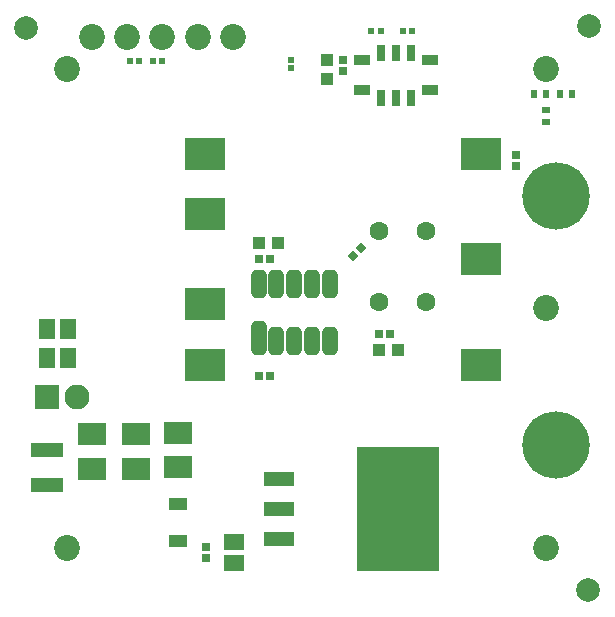
<source format=gts>
G04*
G04 #@! TF.GenerationSoftware,Altium Limited,Altium Designer,24.4.1 (13)*
G04*
G04 Layer_Color=8388736*
%FSLAX44Y44*%
%MOMM*%
G71*
G04*
G04 #@! TF.SameCoordinates,AA0413A5-1E47-4C41-8310-78C86749A844*
G04*
G04*
G04 #@! TF.FilePolarity,Negative*
G04*
G01*
G75*
%ADD23R,1.5000X1.0000*%
%ADD41R,0.6000X0.7000*%
%ADD42R,0.7000X0.6000*%
G04:AMPARAMS|DCode=43|XSize=0.6mm|YSize=0.7mm|CornerRadius=0mm|HoleSize=0mm|Usage=FLASHONLY|Rotation=225.000|XOffset=0mm|YOffset=0mm|HoleType=Round|Shape=Rectangle|*
%AMROTATEDRECTD43*
4,1,4,-0.0354,0.4596,0.4596,-0.0354,0.0354,-0.4596,-0.4596,0.0354,-0.0354,0.4596,0.0*
%
%ADD43ROTATEDRECTD43*%

%ADD44R,2.6500X1.1500*%
%ADD45R,7.0000X10.5500*%
%ADD46R,0.5500X0.5500*%
%ADD47R,1.3500X0.9500*%
%ADD48R,0.7500X1.3500*%
G04:AMPARAMS|DCode=49|XSize=2.4mm|YSize=1.3mm|CornerRadius=0.41mm|HoleSize=0mm|Usage=FLASHONLY|Rotation=90.000|XOffset=0mm|YOffset=0mm|HoleType=Round|Shape=RoundedRectangle|*
%AMROUNDEDRECTD49*
21,1,2.4000,0.4800,0,0,90.0*
21,1,1.5800,1.3000,0,0,90.0*
1,1,0.8200,0.2400,0.7900*
1,1,0.8200,0.2400,-0.7900*
1,1,0.8200,-0.2400,-0.7900*
1,1,0.8200,-0.2400,0.7900*
%
%ADD49ROUNDEDRECTD49*%
G04:AMPARAMS|DCode=50|XSize=2.9mm|YSize=1.3mm|CornerRadius=0.41mm|HoleSize=0mm|Usage=FLASHONLY|Rotation=90.000|XOffset=0mm|YOffset=0mm|HoleType=Round|Shape=RoundedRectangle|*
%AMROUNDEDRECTD50*
21,1,2.9000,0.4800,0,0,90.0*
21,1,2.0800,1.3000,0,0,90.0*
1,1,0.8200,0.2400,1.0400*
1,1,0.8200,0.2400,-1.0400*
1,1,0.8200,-0.2400,-1.0400*
1,1,0.8200,-0.2400,1.0400*
%
%ADD50ROUNDEDRECTD50*%
%ADD51R,2.8000X1.2500*%
%ADD52R,3.5000X2.8000*%
%ADD53C,1.6000*%
%ADD54R,2.3300X1.9000*%
%ADD55R,1.7500X1.4000*%
%ADD56R,1.0500X1.1000*%
%ADD57R,1.1000X1.0500*%
%ADD58R,0.7200X0.7000*%
%ADD59R,1.4000X1.7500*%
%ADD60R,0.7000X0.7200*%
%ADD61R,0.6700X0.7200*%
%ADD62C,2.0000*%
%ADD63R,0.5200X0.5400*%
%ADD64R,2.1200X2.1200*%
%ADD65C,2.1200*%
%ADD66C,2.1900*%
%ADD67C,5.7000*%
%ADD68C,0.1000*%
D23*
X145500Y88750D02*
D03*
Y56750D02*
D03*
D41*
X456920Y435726D02*
D03*
X446920D02*
D03*
X468649Y435727D02*
D03*
X478649D02*
D03*
D42*
X457000Y421876D02*
D03*
Y411876D02*
D03*
D43*
X300391Y305142D02*
D03*
X293320Y298070D02*
D03*
D44*
X230693Y109489D02*
D03*
Y84089D02*
D03*
Y58689D02*
D03*
D45*
X331693Y84089D02*
D03*
D46*
X308750Y489250D02*
D03*
X316750D02*
D03*
X343250Y488750D02*
D03*
X335250D02*
D03*
X112250Y463508D02*
D03*
X104250D02*
D03*
X123750D02*
D03*
X131750D02*
D03*
D47*
X301250Y464000D02*
D03*
Y438600D02*
D03*
X358750Y464000D02*
D03*
Y438600D02*
D03*
D48*
X342700Y470050D02*
D03*
X330000D02*
D03*
X317300D02*
D03*
X342700Y432550D02*
D03*
X330000D02*
D03*
X317300D02*
D03*
D49*
X273500Y274811D02*
D03*
Y226811D02*
D03*
X258500Y226811D02*
D03*
X243500Y226811D02*
D03*
X228500D02*
D03*
X258500Y274811D02*
D03*
X243500Y274811D02*
D03*
X213500D02*
D03*
X228500Y274811D02*
D03*
D50*
X213500Y229311D02*
D03*
D51*
X34250Y104750D02*
D03*
Y133750D02*
D03*
D52*
X167947Y257371D02*
D03*
Y333571D02*
D03*
X167947Y384471D02*
D03*
X401947D02*
D03*
Y206471D02*
D03*
X401947Y295471D02*
D03*
X167947Y206471D02*
D03*
D53*
X315250Y259250D02*
D03*
X315250Y319250D02*
D03*
X355250D02*
D03*
X355250Y259250D02*
D03*
D54*
X72000Y147450D02*
D03*
Y118250D02*
D03*
X109500Y147450D02*
D03*
Y118250D02*
D03*
X144750Y119650D02*
D03*
X144750Y148850D02*
D03*
D55*
X192250Y38250D02*
D03*
Y56250D02*
D03*
D56*
X315000Y218811D02*
D03*
X331000Y218811D02*
D03*
X213500Y309061D02*
D03*
X229500D02*
D03*
D57*
X271250Y448300D02*
D03*
Y464300D02*
D03*
D58*
X285250Y464250D02*
D03*
Y455050D02*
D03*
X168750Y42690D02*
D03*
Y51890D02*
D03*
X431167Y384149D02*
D03*
X431167Y374949D02*
D03*
D59*
X34250Y237000D02*
D03*
X52250D02*
D03*
X34250Y211750D02*
D03*
X52250D02*
D03*
D60*
X213500Y295561D02*
D03*
X222700D02*
D03*
X315226Y232063D02*
D03*
X324426Y232063D02*
D03*
D61*
X213500Y196772D02*
D03*
X223100D02*
D03*
D62*
X16836Y491645D02*
D03*
X492909Y492701D02*
D03*
X492478Y15188D02*
D03*
D63*
X240792Y457200D02*
D03*
Y464000D02*
D03*
D64*
X34250Y179000D02*
D03*
D65*
X59650D02*
D03*
D66*
X192000Y484000D02*
D03*
X51000Y457000D02*
D03*
X457000Y51000D02*
D03*
Y457000D02*
D03*
X132000Y484000D02*
D03*
X102000D02*
D03*
X72000D02*
D03*
X457000Y254000D02*
D03*
X51000Y51000D02*
D03*
X162000Y484000D02*
D03*
D67*
X465000Y138000D02*
D03*
Y349000D02*
D03*
D68*
X95000Y71000D02*
D03*
X406000Y41000D02*
D03*
X413000Y452000D02*
D03*
X95000Y437000D02*
D03*
M02*

</source>
